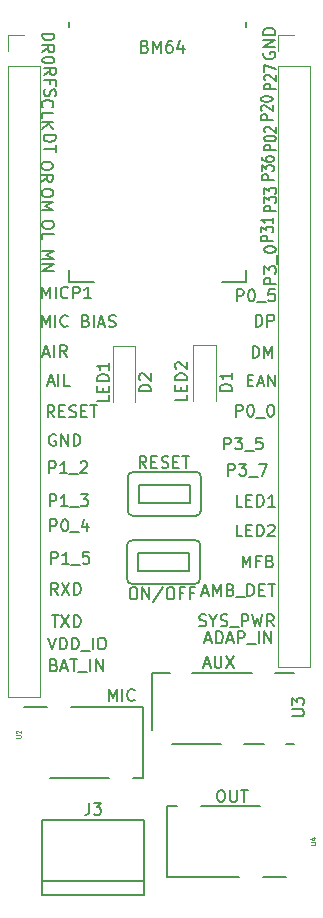
<source format=gbr>
%TF.GenerationSoftware,KiCad,Pcbnew,5.99.0-unknown-9c2a260~88~ubuntu18.04.1*%
%TF.CreationDate,2020-04-14T17:14:38+02:00*%
%TF.ProjectId,BM64_adapter,424d3634-5f61-4646-9170-7465722e6b69,rev?*%
%TF.SameCoordinates,Original*%
%TF.FileFunction,Legend,Top*%
%TF.FilePolarity,Positive*%
%FSLAX46Y46*%
G04 Gerber Fmt 4.6, Leading zero omitted, Abs format (unit mm)*
G04 Created by KiCad (PCBNEW 5.99.0-unknown-9c2a260~88~ubuntu18.04.1) date 2020-04-14 17:14:38*
%MOMM*%
%LPD*%
G01*
G04 APERTURE LIST*
%ADD10C,0.150000*%
%ADD11C,0.120000*%
%ADD12C,0.050800*%
G04 APERTURE END LIST*
D10*
X182857520Y-66182144D02*
X182809900Y-66277382D01*
X182809900Y-66420240D01*
X182857520Y-66563097D01*
X182952758Y-66658335D01*
X183047996Y-66705954D01*
X183238472Y-66753573D01*
X183381329Y-66753573D01*
X183571805Y-66705954D01*
X183667043Y-66658335D01*
X183762281Y-66563097D01*
X183809900Y-66420240D01*
X183809900Y-66325001D01*
X183762281Y-66182144D01*
X183714662Y-66134525D01*
X183381329Y-66134525D01*
X183381329Y-66325001D01*
X183809900Y-65705954D02*
X182809900Y-65705954D01*
X183809900Y-65134525D01*
X182809900Y-65134525D01*
X183809900Y-64658335D02*
X182809900Y-64658335D01*
X182809900Y-64420240D01*
X182857520Y-64277382D01*
X182952758Y-64182144D01*
X183047996Y-64134525D01*
X183238472Y-64086906D01*
X183381329Y-64086906D01*
X183571805Y-64134525D01*
X183667043Y-64182144D01*
X183762281Y-64277382D01*
X183809900Y-64420240D01*
X183809900Y-64658335D01*
X183891180Y-69277108D02*
X182891180Y-69277108D01*
X182891180Y-68972346D01*
X182938800Y-68896156D01*
X182986419Y-68858060D01*
X183081657Y-68819965D01*
X183224514Y-68819965D01*
X183319752Y-68858060D01*
X183367371Y-68896156D01*
X183414990Y-68972346D01*
X183414990Y-69277108D01*
X182986419Y-68515203D02*
X182938800Y-68477108D01*
X182891180Y-68400918D01*
X182891180Y-68210441D01*
X182938800Y-68134251D01*
X182986419Y-68096156D01*
X183081657Y-68058060D01*
X183176895Y-68058060D01*
X183319752Y-68096156D01*
X183891180Y-68553299D01*
X183891180Y-68058060D01*
X182891180Y-67791394D02*
X182891180Y-67258060D01*
X183891180Y-67600918D01*
X183591460Y-71857748D02*
X182591460Y-71857748D01*
X182591460Y-71552986D01*
X182639080Y-71476796D01*
X182686699Y-71438700D01*
X182781937Y-71400605D01*
X182924794Y-71400605D01*
X183020032Y-71438700D01*
X183067651Y-71476796D01*
X183115270Y-71552986D01*
X183115270Y-71857748D01*
X182686699Y-71095843D02*
X182639080Y-71057748D01*
X182591460Y-70981558D01*
X182591460Y-70791081D01*
X182639080Y-70714891D01*
X182686699Y-70676796D01*
X182781937Y-70638700D01*
X182877175Y-70638700D01*
X183020032Y-70676796D01*
X183591460Y-71133939D01*
X183591460Y-70638700D01*
X182591460Y-70143462D02*
X182591460Y-70067272D01*
X182639080Y-69991081D01*
X182686699Y-69952986D01*
X182781937Y-69914891D01*
X182972413Y-69876796D01*
X183210508Y-69876796D01*
X183400984Y-69914891D01*
X183496222Y-69952986D01*
X183543841Y-69991081D01*
X183591460Y-70067272D01*
X183591460Y-70143462D01*
X183543841Y-70219653D01*
X183496222Y-70257748D01*
X183400984Y-70295843D01*
X183210508Y-70333939D01*
X182972413Y-70333939D01*
X182781937Y-70295843D01*
X182686699Y-70257748D01*
X182639080Y-70219653D01*
X182591460Y-70143462D01*
X183865780Y-74463788D02*
X182865780Y-74463788D01*
X182865780Y-74159026D01*
X182913400Y-74082836D01*
X182961019Y-74044740D01*
X183056257Y-74006645D01*
X183199114Y-74006645D01*
X183294352Y-74044740D01*
X183341971Y-74082836D01*
X183389590Y-74159026D01*
X183389590Y-74463788D01*
X182865780Y-73511407D02*
X182865780Y-73435217D01*
X182913400Y-73359026D01*
X182961019Y-73320931D01*
X183056257Y-73282836D01*
X183246733Y-73244740D01*
X183484828Y-73244740D01*
X183675304Y-73282836D01*
X183770542Y-73320931D01*
X183818161Y-73359026D01*
X183865780Y-73435217D01*
X183865780Y-73511407D01*
X183818161Y-73587598D01*
X183770542Y-73625693D01*
X183675304Y-73663788D01*
X183484828Y-73701883D01*
X183246733Y-73701883D01*
X183056257Y-73663788D01*
X182961019Y-73625693D01*
X182913400Y-73587598D01*
X182865780Y-73511407D01*
X182961019Y-72939979D02*
X182913400Y-72901883D01*
X182865780Y-72825693D01*
X182865780Y-72635217D01*
X182913400Y-72559026D01*
X182961019Y-72520931D01*
X183056257Y-72482836D01*
X183151495Y-72482836D01*
X183294352Y-72520931D01*
X183865780Y-72978074D01*
X183865780Y-72482836D01*
X183677820Y-76947908D02*
X182677820Y-76947908D01*
X182677820Y-76643146D01*
X182725440Y-76566956D01*
X182773059Y-76528860D01*
X182868297Y-76490765D01*
X183011154Y-76490765D01*
X183106392Y-76528860D01*
X183154011Y-76566956D01*
X183201630Y-76643146D01*
X183201630Y-76947908D01*
X182677820Y-76224099D02*
X182677820Y-75728860D01*
X183058773Y-75995527D01*
X183058773Y-75881241D01*
X183106392Y-75805051D01*
X183154011Y-75766956D01*
X183249249Y-75728860D01*
X183487344Y-75728860D01*
X183582582Y-75766956D01*
X183630201Y-75805051D01*
X183677820Y-75881241D01*
X183677820Y-76109813D01*
X183630201Y-76186003D01*
X183582582Y-76224099D01*
X182677820Y-75043146D02*
X182677820Y-75195527D01*
X182725440Y-75271718D01*
X182773059Y-75309813D01*
X182915916Y-75386003D01*
X183106392Y-75424099D01*
X183487344Y-75424099D01*
X183582582Y-75386003D01*
X183630201Y-75347908D01*
X183677820Y-75271718D01*
X183677820Y-75119337D01*
X183630201Y-75043146D01*
X183582582Y-75005051D01*
X183487344Y-74966956D01*
X183249249Y-74966956D01*
X183154011Y-75005051D01*
X183106392Y-75043146D01*
X183058773Y-75119337D01*
X183058773Y-75271718D01*
X183106392Y-75347908D01*
X183154011Y-75386003D01*
X183249249Y-75424099D01*
X183891180Y-79625068D02*
X182891180Y-79625068D01*
X182891180Y-79320306D01*
X182938800Y-79244116D01*
X182986419Y-79206020D01*
X183081657Y-79167925D01*
X183224514Y-79167925D01*
X183319752Y-79206020D01*
X183367371Y-79244116D01*
X183414990Y-79320306D01*
X183414990Y-79625068D01*
X182891180Y-78901259D02*
X182891180Y-78406020D01*
X183272133Y-78672687D01*
X183272133Y-78558401D01*
X183319752Y-78482211D01*
X183367371Y-78444116D01*
X183462609Y-78406020D01*
X183700704Y-78406020D01*
X183795942Y-78444116D01*
X183843561Y-78482211D01*
X183891180Y-78558401D01*
X183891180Y-78786973D01*
X183843561Y-78863163D01*
X183795942Y-78901259D01*
X182891180Y-78139354D02*
X182891180Y-77644116D01*
X183272133Y-77910782D01*
X183272133Y-77796497D01*
X183319752Y-77720306D01*
X183367371Y-77682211D01*
X183462609Y-77644116D01*
X183700704Y-77644116D01*
X183795942Y-77682211D01*
X183843561Y-77720306D01*
X183891180Y-77796497D01*
X183891180Y-78025068D01*
X183843561Y-78101259D01*
X183795942Y-78139354D01*
X183637180Y-82124428D02*
X182637180Y-82124428D01*
X182637180Y-81819666D01*
X182684800Y-81743476D01*
X182732419Y-81705380D01*
X182827657Y-81667285D01*
X182970514Y-81667285D01*
X183065752Y-81705380D01*
X183113371Y-81743476D01*
X183160990Y-81819666D01*
X183160990Y-82124428D01*
X182637180Y-81400619D02*
X182637180Y-80905380D01*
X183018133Y-81172047D01*
X183018133Y-81057761D01*
X183065752Y-80981571D01*
X183113371Y-80943476D01*
X183208609Y-80905380D01*
X183446704Y-80905380D01*
X183541942Y-80943476D01*
X183589561Y-80981571D01*
X183637180Y-81057761D01*
X183637180Y-81286333D01*
X183589561Y-81362523D01*
X183541942Y-81400619D01*
X183637180Y-80143476D02*
X183637180Y-80600619D01*
X183637180Y-80372047D02*
X182637180Y-80372047D01*
X182780038Y-80448238D01*
X182875276Y-80524428D01*
X182922895Y-80600619D01*
X183881020Y-85806398D02*
X182881020Y-85806398D01*
X182881020Y-85425445D01*
X182928640Y-85330207D01*
X182976259Y-85282588D01*
X183071497Y-85234969D01*
X183214354Y-85234969D01*
X183309592Y-85282588D01*
X183357211Y-85330207D01*
X183404830Y-85425445D01*
X183404830Y-85806398D01*
X182881020Y-84901636D02*
X182881020Y-84282588D01*
X183261973Y-84615921D01*
X183261973Y-84473064D01*
X183309592Y-84377826D01*
X183357211Y-84330207D01*
X183452449Y-84282588D01*
X183690544Y-84282588D01*
X183785782Y-84330207D01*
X183833401Y-84377826D01*
X183881020Y-84473064D01*
X183881020Y-84758779D01*
X183833401Y-84854017D01*
X183785782Y-84901636D01*
X183976259Y-84092112D02*
X183976259Y-83330207D01*
X182881020Y-82901636D02*
X182881020Y-82806398D01*
X182928640Y-82711160D01*
X182976259Y-82663540D01*
X183071497Y-82615921D01*
X183261973Y-82568302D01*
X183500068Y-82568302D01*
X183690544Y-82615921D01*
X183785782Y-82663540D01*
X183833401Y-82711160D01*
X183881020Y-82806398D01*
X183881020Y-82901636D01*
X183833401Y-82996874D01*
X183785782Y-83044493D01*
X183690544Y-83092112D01*
X183500068Y-83139731D01*
X183261973Y-83139731D01*
X183071497Y-83092112D01*
X182976259Y-83044493D01*
X182928640Y-82996874D01*
X182881020Y-82901636D01*
X180573561Y-87223860D02*
X180573561Y-86223860D01*
X180954514Y-86223860D01*
X181049752Y-86271480D01*
X181097371Y-86319099D01*
X181144990Y-86414337D01*
X181144990Y-86557194D01*
X181097371Y-86652432D01*
X181049752Y-86700051D01*
X180954514Y-86747670D01*
X180573561Y-86747670D01*
X181764038Y-86223860D02*
X181859276Y-86223860D01*
X181954514Y-86271480D01*
X182002133Y-86319099D01*
X182049752Y-86414337D01*
X182097371Y-86604813D01*
X182097371Y-86842908D01*
X182049752Y-87033384D01*
X182002133Y-87128622D01*
X181954514Y-87176241D01*
X181859276Y-87223860D01*
X181764038Y-87223860D01*
X181668800Y-87176241D01*
X181621180Y-87128622D01*
X181573561Y-87033384D01*
X181525942Y-86842908D01*
X181525942Y-86604813D01*
X181573561Y-86414337D01*
X181621180Y-86319099D01*
X181668800Y-86271480D01*
X181764038Y-86223860D01*
X182287847Y-87319099D02*
X183049752Y-87319099D01*
X183764038Y-86223860D02*
X183287847Y-86223860D01*
X183240228Y-86700051D01*
X183287847Y-86652432D01*
X183383085Y-86604813D01*
X183621180Y-86604813D01*
X183716419Y-86652432D01*
X183764038Y-86700051D01*
X183811657Y-86795289D01*
X183811657Y-87033384D01*
X183764038Y-87128622D01*
X183716419Y-87176241D01*
X183621180Y-87223860D01*
X183383085Y-87223860D01*
X183287847Y-87176241D01*
X183240228Y-87128622D01*
X182158735Y-89372700D02*
X182158735Y-88372700D01*
X182396830Y-88372700D01*
X182539687Y-88420320D01*
X182634925Y-88515558D01*
X182682544Y-88610796D01*
X182730163Y-88801272D01*
X182730163Y-88944129D01*
X182682544Y-89134605D01*
X182634925Y-89229843D01*
X182539687Y-89325081D01*
X182396830Y-89372700D01*
X182158735Y-89372700D01*
X183158735Y-89372700D02*
X183158735Y-88372700D01*
X183539687Y-88372700D01*
X183634925Y-88420320D01*
X183682544Y-88467939D01*
X183730163Y-88563177D01*
X183730163Y-88706034D01*
X183682544Y-88801272D01*
X183634925Y-88848891D01*
X183539687Y-88896510D01*
X183158735Y-88896510D01*
X181899346Y-92039700D02*
X181899346Y-91039700D01*
X182137441Y-91039700D01*
X182280299Y-91087320D01*
X182375537Y-91182558D01*
X182423156Y-91277796D01*
X182470775Y-91468272D01*
X182470775Y-91611129D01*
X182423156Y-91801605D01*
X182375537Y-91896843D01*
X182280299Y-91992081D01*
X182137441Y-92039700D01*
X181899346Y-92039700D01*
X182899346Y-92039700D02*
X182899346Y-91039700D01*
X183232680Y-91753986D01*
X183566013Y-91039700D01*
X183566013Y-92039700D01*
X181479653Y-93913651D02*
X181812986Y-93913651D01*
X181955843Y-94437460D02*
X181479653Y-94437460D01*
X181479653Y-93437460D01*
X181955843Y-93437460D01*
X182336796Y-94151746D02*
X182812986Y-94151746D01*
X182241558Y-94437460D02*
X182574891Y-93437460D01*
X182908224Y-94437460D01*
X183241558Y-94437460D02*
X183241558Y-93437460D01*
X183812986Y-94437460D01*
X183812986Y-93437460D01*
X180487201Y-96997780D02*
X180487201Y-95997780D01*
X180868154Y-95997780D01*
X180963392Y-96045400D01*
X181011011Y-96093019D01*
X181058630Y-96188257D01*
X181058630Y-96331114D01*
X181011011Y-96426352D01*
X180963392Y-96473971D01*
X180868154Y-96521590D01*
X180487201Y-96521590D01*
X181677678Y-95997780D02*
X181772916Y-95997780D01*
X181868154Y-96045400D01*
X181915773Y-96093019D01*
X181963392Y-96188257D01*
X182011011Y-96378733D01*
X182011011Y-96616828D01*
X181963392Y-96807304D01*
X181915773Y-96902542D01*
X181868154Y-96950161D01*
X181772916Y-96997780D01*
X181677678Y-96997780D01*
X181582440Y-96950161D01*
X181534820Y-96902542D01*
X181487201Y-96807304D01*
X181439582Y-96616828D01*
X181439582Y-96378733D01*
X181487201Y-96188257D01*
X181534820Y-96093019D01*
X181582440Y-96045400D01*
X181677678Y-95997780D01*
X182201487Y-97093019D02*
X182963392Y-97093019D01*
X183391963Y-95997780D02*
X183487201Y-95997780D01*
X183582440Y-96045400D01*
X183630059Y-96093019D01*
X183677678Y-96188257D01*
X183725297Y-96378733D01*
X183725297Y-96616828D01*
X183677678Y-96807304D01*
X183630059Y-96902542D01*
X183582440Y-96950161D01*
X183487201Y-96997780D01*
X183391963Y-96997780D01*
X183296725Y-96950161D01*
X183249106Y-96902542D01*
X183201487Y-96807304D01*
X183153868Y-96616828D01*
X183153868Y-96378733D01*
X183201487Y-96188257D01*
X183249106Y-96093019D01*
X183296725Y-96045400D01*
X183391963Y-95997780D01*
X179506761Y-99781620D02*
X179506761Y-98781620D01*
X179887714Y-98781620D01*
X179982952Y-98829240D01*
X180030571Y-98876859D01*
X180078190Y-98972097D01*
X180078190Y-99114954D01*
X180030571Y-99210192D01*
X179982952Y-99257811D01*
X179887714Y-99305430D01*
X179506761Y-99305430D01*
X180411523Y-98781620D02*
X181030571Y-98781620D01*
X180697238Y-99162573D01*
X180840095Y-99162573D01*
X180935333Y-99210192D01*
X180982952Y-99257811D01*
X181030571Y-99353049D01*
X181030571Y-99591144D01*
X180982952Y-99686382D01*
X180935333Y-99734001D01*
X180840095Y-99781620D01*
X180554380Y-99781620D01*
X180459142Y-99734001D01*
X180411523Y-99686382D01*
X181221047Y-99876859D02*
X181982952Y-99876859D01*
X182697238Y-98781620D02*
X182221047Y-98781620D01*
X182173428Y-99257811D01*
X182221047Y-99210192D01*
X182316285Y-99162573D01*
X182554380Y-99162573D01*
X182649619Y-99210192D01*
X182697238Y-99257811D01*
X182744857Y-99353049D01*
X182744857Y-99591144D01*
X182697238Y-99686382D01*
X182649619Y-99734001D01*
X182554380Y-99781620D01*
X182316285Y-99781620D01*
X182221047Y-99734001D01*
X182173428Y-99686382D01*
X179847121Y-101991420D02*
X179847121Y-100991420D01*
X180228074Y-100991420D01*
X180323312Y-101039040D01*
X180370931Y-101086659D01*
X180418550Y-101181897D01*
X180418550Y-101324754D01*
X180370931Y-101419992D01*
X180323312Y-101467611D01*
X180228074Y-101515230D01*
X179847121Y-101515230D01*
X180751883Y-100991420D02*
X181370931Y-100991420D01*
X181037598Y-101372373D01*
X181180455Y-101372373D01*
X181275693Y-101419992D01*
X181323312Y-101467611D01*
X181370931Y-101562849D01*
X181370931Y-101800944D01*
X181323312Y-101896182D01*
X181275693Y-101943801D01*
X181180455Y-101991420D01*
X180894740Y-101991420D01*
X180799502Y-101943801D01*
X180751883Y-101896182D01*
X181561407Y-102086659D02*
X182323312Y-102086659D01*
X182466169Y-100991420D02*
X183132836Y-100991420D01*
X182704264Y-101991420D01*
X169728140Y-95210807D02*
X169728140Y-95686998D01*
X168728140Y-95686998D01*
X169204331Y-94877474D02*
X169204331Y-94544140D01*
X169728140Y-94401283D02*
X169728140Y-94877474D01*
X168728140Y-94877474D01*
X168728140Y-94401283D01*
X169728140Y-93972712D02*
X168728140Y-93972712D01*
X168728140Y-93734617D01*
X168775760Y-93591760D01*
X168870998Y-93496521D01*
X168966236Y-93448902D01*
X169156712Y-93401283D01*
X169299569Y-93401283D01*
X169490045Y-93448902D01*
X169585283Y-93496521D01*
X169680521Y-93591760D01*
X169728140Y-93734617D01*
X169728140Y-93972712D01*
X169728140Y-92448902D02*
X169728140Y-93020331D01*
X169728140Y-92734617D02*
X168728140Y-92734617D01*
X168870998Y-92829855D01*
X168966236Y-92925093D01*
X169013855Y-93020331D01*
X181029432Y-104612700D02*
X180553241Y-104612700D01*
X180553241Y-103612700D01*
X181362765Y-104088891D02*
X181696099Y-104088891D01*
X181838956Y-104612700D02*
X181362765Y-104612700D01*
X181362765Y-103612700D01*
X181838956Y-103612700D01*
X182267527Y-104612700D02*
X182267527Y-103612700D01*
X182505622Y-103612700D01*
X182648480Y-103660320D01*
X182743718Y-103755558D01*
X182791337Y-103850796D01*
X182838956Y-104041272D01*
X182838956Y-104184129D01*
X182791337Y-104374605D01*
X182743718Y-104469843D01*
X182648480Y-104565081D01*
X182505622Y-104612700D01*
X182267527Y-104612700D01*
X183791337Y-104612700D02*
X183219908Y-104612700D01*
X183505622Y-104612700D02*
X183505622Y-103612700D01*
X183410384Y-103755558D01*
X183315146Y-103850796D01*
X183219908Y-103898415D01*
X176362620Y-95149847D02*
X176362620Y-95626038D01*
X175362620Y-95626038D01*
X175838811Y-94816514D02*
X175838811Y-94483180D01*
X176362620Y-94340323D02*
X176362620Y-94816514D01*
X175362620Y-94816514D01*
X175362620Y-94340323D01*
X176362620Y-93911752D02*
X175362620Y-93911752D01*
X175362620Y-93673657D01*
X175410240Y-93530800D01*
X175505478Y-93435561D01*
X175600716Y-93387942D01*
X175791192Y-93340323D01*
X175934049Y-93340323D01*
X176124525Y-93387942D01*
X176219763Y-93435561D01*
X176315001Y-93530800D01*
X176362620Y-93673657D01*
X176362620Y-93911752D01*
X175457859Y-92959371D02*
X175410240Y-92911752D01*
X175362620Y-92816514D01*
X175362620Y-92578419D01*
X175410240Y-92483180D01*
X175457859Y-92435561D01*
X175553097Y-92387942D01*
X175648335Y-92387942D01*
X175791192Y-92435561D01*
X176362620Y-93006990D01*
X176362620Y-92387942D01*
X181019272Y-107147620D02*
X180543081Y-107147620D01*
X180543081Y-106147620D01*
X181352605Y-106623811D02*
X181685939Y-106623811D01*
X181828796Y-107147620D02*
X181352605Y-107147620D01*
X181352605Y-106147620D01*
X181828796Y-106147620D01*
X182257367Y-107147620D02*
X182257367Y-106147620D01*
X182495462Y-106147620D01*
X182638320Y-106195240D01*
X182733558Y-106290478D01*
X182781177Y-106385716D01*
X182828796Y-106576192D01*
X182828796Y-106719049D01*
X182781177Y-106909525D01*
X182733558Y-107004763D01*
X182638320Y-107100001D01*
X182495462Y-107147620D01*
X182257367Y-107147620D01*
X183209748Y-106242859D02*
X183257367Y-106195240D01*
X183352605Y-106147620D01*
X183590700Y-106147620D01*
X183685939Y-106195240D01*
X183733558Y-106242859D01*
X183781177Y-106338097D01*
X183781177Y-106433335D01*
X183733558Y-106576192D01*
X183162129Y-107147620D01*
X183781177Y-107147620D01*
X181054215Y-109773980D02*
X181054215Y-108773980D01*
X181387548Y-109488266D01*
X181720881Y-108773980D01*
X181720881Y-109773980D01*
X182530405Y-109250171D02*
X182197072Y-109250171D01*
X182197072Y-109773980D02*
X182197072Y-108773980D01*
X182673262Y-108773980D01*
X183387548Y-109250171D02*
X183530405Y-109297790D01*
X183578024Y-109345409D01*
X183625643Y-109440647D01*
X183625643Y-109583504D01*
X183578024Y-109678742D01*
X183530405Y-109726361D01*
X183435167Y-109773980D01*
X183054215Y-109773980D01*
X183054215Y-108773980D01*
X183387548Y-108773980D01*
X183482786Y-108821600D01*
X183530405Y-108869219D01*
X183578024Y-108964457D01*
X183578024Y-109059695D01*
X183530405Y-109154933D01*
X183482786Y-109202552D01*
X183387548Y-109250171D01*
X183054215Y-109250171D01*
X172913539Y-101331020D02*
X172580205Y-100854830D01*
X172342110Y-101331020D02*
X172342110Y-100331020D01*
X172723062Y-100331020D01*
X172818300Y-100378640D01*
X172865920Y-100426259D01*
X172913539Y-100521497D01*
X172913539Y-100664354D01*
X172865920Y-100759592D01*
X172818300Y-100807211D01*
X172723062Y-100854830D01*
X172342110Y-100854830D01*
X173342110Y-100807211D02*
X173675443Y-100807211D01*
X173818300Y-101331020D02*
X173342110Y-101331020D01*
X173342110Y-100331020D01*
X173818300Y-100331020D01*
X174199253Y-101283401D02*
X174342110Y-101331020D01*
X174580205Y-101331020D01*
X174675443Y-101283401D01*
X174723062Y-101235782D01*
X174770681Y-101140544D01*
X174770681Y-101045306D01*
X174723062Y-100950068D01*
X174675443Y-100902449D01*
X174580205Y-100854830D01*
X174389729Y-100807211D01*
X174294491Y-100759592D01*
X174246872Y-100711973D01*
X174199253Y-100616735D01*
X174199253Y-100521497D01*
X174246872Y-100426259D01*
X174294491Y-100378640D01*
X174389729Y-100331020D01*
X174627824Y-100331020D01*
X174770681Y-100378640D01*
X175199253Y-100807211D02*
X175532586Y-100807211D01*
X175675443Y-101331020D02*
X175199253Y-101331020D01*
X175199253Y-100331020D01*
X175675443Y-100331020D01*
X175961158Y-100331020D02*
X176532586Y-100331020D01*
X176246872Y-101331020D02*
X176246872Y-100331020D01*
X171720190Y-111466380D02*
X171910666Y-111466380D01*
X172005904Y-111514000D01*
X172101142Y-111609238D01*
X172148761Y-111799714D01*
X172148761Y-112133047D01*
X172101142Y-112323523D01*
X172005904Y-112418761D01*
X171910666Y-112466380D01*
X171720190Y-112466380D01*
X171624952Y-112418761D01*
X171529714Y-112323523D01*
X171482095Y-112133047D01*
X171482095Y-111799714D01*
X171529714Y-111609238D01*
X171624952Y-111514000D01*
X171720190Y-111466380D01*
X172577333Y-112466380D02*
X172577333Y-111466380D01*
X173148761Y-112466380D01*
X173148761Y-111466380D01*
X174339238Y-111418761D02*
X173482095Y-112704476D01*
X174863047Y-111466380D02*
X175053523Y-111466380D01*
X175148761Y-111514000D01*
X175244000Y-111609238D01*
X175291619Y-111799714D01*
X175291619Y-112133047D01*
X175244000Y-112323523D01*
X175148761Y-112418761D01*
X175053523Y-112466380D01*
X174863047Y-112466380D01*
X174767809Y-112418761D01*
X174672571Y-112323523D01*
X174624952Y-112133047D01*
X174624952Y-111799714D01*
X174672571Y-111609238D01*
X174767809Y-111514000D01*
X174863047Y-111466380D01*
X176053523Y-111942571D02*
X175720190Y-111942571D01*
X175720190Y-112466380D02*
X175720190Y-111466380D01*
X176196380Y-111466380D01*
X176910666Y-111942571D02*
X176577333Y-111942571D01*
X176577333Y-112466380D02*
X176577333Y-111466380D01*
X177053523Y-111466380D01*
X177651470Y-111906346D02*
X178127660Y-111906346D01*
X177556232Y-112192060D02*
X177889565Y-111192060D01*
X178222899Y-112192060D01*
X178556232Y-112192060D02*
X178556232Y-111192060D01*
X178889565Y-111906346D01*
X179222899Y-111192060D01*
X179222899Y-112192060D01*
X180032422Y-111668251D02*
X180175280Y-111715870D01*
X180222899Y-111763489D01*
X180270518Y-111858727D01*
X180270518Y-112001584D01*
X180222899Y-112096822D01*
X180175280Y-112144441D01*
X180080041Y-112192060D01*
X179699089Y-112192060D01*
X179699089Y-111192060D01*
X180032422Y-111192060D01*
X180127660Y-111239680D01*
X180175280Y-111287299D01*
X180222899Y-111382537D01*
X180222899Y-111477775D01*
X180175280Y-111573013D01*
X180127660Y-111620632D01*
X180032422Y-111668251D01*
X179699089Y-111668251D01*
X180460994Y-112287299D02*
X181222899Y-112287299D01*
X181460994Y-112192060D02*
X181460994Y-111192060D01*
X181699089Y-111192060D01*
X181841946Y-111239680D01*
X181937184Y-111334918D01*
X181984803Y-111430156D01*
X182032422Y-111620632D01*
X182032422Y-111763489D01*
X181984803Y-111953965D01*
X181937184Y-112049203D01*
X181841946Y-112144441D01*
X181699089Y-112192060D01*
X181460994Y-112192060D01*
X182460994Y-111668251D02*
X182794327Y-111668251D01*
X182937184Y-112192060D02*
X182460994Y-112192060D01*
X182460994Y-111192060D01*
X182937184Y-111192060D01*
X183222899Y-111192060D02*
X183794327Y-111192060D01*
X183508613Y-112192060D02*
X183508613Y-111192060D01*
X177395262Y-114704761D02*
X177538120Y-114752380D01*
X177776215Y-114752380D01*
X177871453Y-114704761D01*
X177919072Y-114657142D01*
X177966691Y-114561904D01*
X177966691Y-114466666D01*
X177919072Y-114371428D01*
X177871453Y-114323809D01*
X177776215Y-114276190D01*
X177585739Y-114228571D01*
X177490500Y-114180952D01*
X177442881Y-114133333D01*
X177395262Y-114038095D01*
X177395262Y-113942857D01*
X177442881Y-113847619D01*
X177490500Y-113800000D01*
X177585739Y-113752380D01*
X177823834Y-113752380D01*
X177966691Y-113800000D01*
X178585739Y-114276190D02*
X178585739Y-114752380D01*
X178252405Y-113752380D02*
X178585739Y-114276190D01*
X178919072Y-113752380D01*
X179204786Y-114704761D02*
X179347643Y-114752380D01*
X179585739Y-114752380D01*
X179680977Y-114704761D01*
X179728596Y-114657142D01*
X179776215Y-114561904D01*
X179776215Y-114466666D01*
X179728596Y-114371428D01*
X179680977Y-114323809D01*
X179585739Y-114276190D01*
X179395262Y-114228571D01*
X179300024Y-114180952D01*
X179252405Y-114133333D01*
X179204786Y-114038095D01*
X179204786Y-113942857D01*
X179252405Y-113847619D01*
X179300024Y-113800000D01*
X179395262Y-113752380D01*
X179633358Y-113752380D01*
X179776215Y-113800000D01*
X179966691Y-114847619D02*
X180728596Y-114847619D01*
X180966691Y-114752380D02*
X180966691Y-113752380D01*
X181347643Y-113752380D01*
X181442881Y-113800000D01*
X181490500Y-113847619D01*
X181538120Y-113942857D01*
X181538120Y-114085714D01*
X181490500Y-114180952D01*
X181442881Y-114228571D01*
X181347643Y-114276190D01*
X180966691Y-114276190D01*
X181871453Y-113752380D02*
X182109548Y-114752380D01*
X182300024Y-114038095D01*
X182490500Y-114752380D01*
X182728596Y-113752380D01*
X183680977Y-114752380D02*
X183347643Y-114276190D01*
X183109548Y-114752380D02*
X183109548Y-113752380D01*
X183490500Y-113752380D01*
X183585739Y-113800000D01*
X183633358Y-113847619D01*
X183680977Y-113942857D01*
X183680977Y-114085714D01*
X183633358Y-114180952D01*
X183585739Y-114228571D01*
X183490500Y-114276190D01*
X183109548Y-114276190D01*
X177901316Y-115899226D02*
X178377506Y-115899226D01*
X177806078Y-116184940D02*
X178139411Y-115184940D01*
X178472744Y-116184940D01*
X178806078Y-116184940D02*
X178806078Y-115184940D01*
X179044173Y-115184940D01*
X179187030Y-115232560D01*
X179282268Y-115327798D01*
X179329887Y-115423036D01*
X179377506Y-115613512D01*
X179377506Y-115756369D01*
X179329887Y-115946845D01*
X179282268Y-116042083D01*
X179187030Y-116137321D01*
X179044173Y-116184940D01*
X178806078Y-116184940D01*
X179758459Y-115899226D02*
X180234649Y-115899226D01*
X179663220Y-116184940D02*
X179996554Y-115184940D01*
X180329887Y-116184940D01*
X180663220Y-116184940D02*
X180663220Y-115184940D01*
X181044173Y-115184940D01*
X181139411Y-115232560D01*
X181187030Y-115280179D01*
X181234649Y-115375417D01*
X181234649Y-115518274D01*
X181187030Y-115613512D01*
X181139411Y-115661131D01*
X181044173Y-115708750D01*
X180663220Y-115708750D01*
X181425125Y-116280179D02*
X182187030Y-116280179D01*
X182425125Y-116184940D02*
X182425125Y-115184940D01*
X182901316Y-116184940D02*
X182901316Y-115184940D01*
X183472744Y-116184940D01*
X183472744Y-115184940D01*
X179141880Y-128621540D02*
X179332356Y-128621540D01*
X179427594Y-128669160D01*
X179522832Y-128764398D01*
X179570451Y-128954874D01*
X179570451Y-129288207D01*
X179522832Y-129478683D01*
X179427594Y-129573921D01*
X179332356Y-129621540D01*
X179141880Y-129621540D01*
X179046641Y-129573921D01*
X178951403Y-129478683D01*
X178903784Y-129288207D01*
X178903784Y-128954874D01*
X178951403Y-128764398D01*
X179046641Y-128669160D01*
X179141880Y-128621540D01*
X179999022Y-128621540D02*
X179999022Y-129431064D01*
X180046641Y-129526302D01*
X180094260Y-129573921D01*
X180189499Y-129621540D01*
X180379975Y-129621540D01*
X180475213Y-129573921D01*
X180522832Y-129526302D01*
X180570451Y-129431064D01*
X180570451Y-128621540D01*
X180903784Y-128621540D02*
X181475213Y-128621540D01*
X181189499Y-129621540D02*
X181189499Y-128621540D01*
X177781104Y-117971866D02*
X178257295Y-117971866D01*
X177685866Y-118257580D02*
X178019200Y-117257580D01*
X178352533Y-118257580D01*
X178685866Y-117257580D02*
X178685866Y-118067104D01*
X178733485Y-118162342D01*
X178781104Y-118209961D01*
X178876342Y-118257580D01*
X179066819Y-118257580D01*
X179162057Y-118209961D01*
X179209676Y-118162342D01*
X179257295Y-118067104D01*
X179257295Y-117257580D01*
X179638247Y-117257580D02*
X180304914Y-118257580D01*
X180304914Y-117257580D02*
X179638247Y-118257580D01*
X169718171Y-121076980D02*
X169718171Y-120076980D01*
X170051504Y-120791266D01*
X170384838Y-120076980D01*
X170384838Y-121076980D01*
X170861028Y-121076980D02*
X170861028Y-120076980D01*
X171908647Y-120981742D02*
X171861028Y-121029361D01*
X171718171Y-121076980D01*
X171622933Y-121076980D01*
X171480076Y-121029361D01*
X171384838Y-120934123D01*
X171337219Y-120838885D01*
X171289600Y-120648409D01*
X171289600Y-120505552D01*
X171337219Y-120315076D01*
X171384838Y-120219838D01*
X171480076Y-120124600D01*
X171622933Y-120076980D01*
X171718171Y-120076980D01*
X171861028Y-120124600D01*
X171908647Y-120172219D01*
X165103727Y-118038571D02*
X165246584Y-118086190D01*
X165294203Y-118133809D01*
X165341822Y-118229047D01*
X165341822Y-118371904D01*
X165294203Y-118467142D01*
X165246584Y-118514761D01*
X165151346Y-118562380D01*
X164770394Y-118562380D01*
X164770394Y-117562380D01*
X165103727Y-117562380D01*
X165198965Y-117610000D01*
X165246584Y-117657619D01*
X165294203Y-117752857D01*
X165294203Y-117848095D01*
X165246584Y-117943333D01*
X165198965Y-117990952D01*
X165103727Y-118038571D01*
X164770394Y-118038571D01*
X165722775Y-118276666D02*
X166198965Y-118276666D01*
X165627537Y-118562380D02*
X165960870Y-117562380D01*
X166294203Y-118562380D01*
X166484680Y-117562380D02*
X167056108Y-117562380D01*
X166770394Y-118562380D02*
X166770394Y-117562380D01*
X167151346Y-118657619D02*
X167913251Y-118657619D01*
X168151346Y-118562380D02*
X168151346Y-117562380D01*
X168627537Y-118562380D02*
X168627537Y-117562380D01*
X169198965Y-118562380D01*
X169198965Y-117562380D01*
X164594849Y-115713260D02*
X164928182Y-116713260D01*
X165261516Y-115713260D01*
X165594849Y-116713260D02*
X165594849Y-115713260D01*
X165832944Y-115713260D01*
X165975801Y-115760880D01*
X166071040Y-115856118D01*
X166118659Y-115951356D01*
X166166278Y-116141832D01*
X166166278Y-116284689D01*
X166118659Y-116475165D01*
X166071040Y-116570403D01*
X165975801Y-116665641D01*
X165832944Y-116713260D01*
X165594849Y-116713260D01*
X166594849Y-116713260D02*
X166594849Y-115713260D01*
X166832944Y-115713260D01*
X166975801Y-115760880D01*
X167071040Y-115856118D01*
X167118659Y-115951356D01*
X167166278Y-116141832D01*
X167166278Y-116284689D01*
X167118659Y-116475165D01*
X167071040Y-116570403D01*
X166975801Y-116665641D01*
X166832944Y-116713260D01*
X166594849Y-116713260D01*
X167356754Y-116808499D02*
X168118659Y-116808499D01*
X168356754Y-116713260D02*
X168356754Y-115713260D01*
X169023420Y-115713260D02*
X169213897Y-115713260D01*
X169309135Y-115760880D01*
X169404373Y-115856118D01*
X169451992Y-116046594D01*
X169451992Y-116379927D01*
X169404373Y-116570403D01*
X169309135Y-116665641D01*
X169213897Y-116713260D01*
X169023420Y-116713260D01*
X168928182Y-116665641D01*
X168832944Y-116570403D01*
X168785325Y-116379927D01*
X168785325Y-116046594D01*
X168832944Y-115856118D01*
X168928182Y-115760880D01*
X169023420Y-115713260D01*
X164909975Y-113828580D02*
X165481403Y-113828580D01*
X165195689Y-114828580D02*
X165195689Y-113828580D01*
X165719499Y-113828580D02*
X166386165Y-114828580D01*
X166386165Y-113828580D02*
X165719499Y-114828580D01*
X166767118Y-114828580D02*
X166767118Y-113828580D01*
X167005213Y-113828580D01*
X167148070Y-113876200D01*
X167243308Y-113971438D01*
X167290927Y-114066676D01*
X167338546Y-114257152D01*
X167338546Y-114400009D01*
X167290927Y-114590485D01*
X167243308Y-114685723D01*
X167148070Y-114780961D01*
X167005213Y-114828580D01*
X166767118Y-114828580D01*
X165398533Y-112080300D02*
X165065200Y-111604110D01*
X164827104Y-112080300D02*
X164827104Y-111080300D01*
X165208057Y-111080300D01*
X165303295Y-111127920D01*
X165350914Y-111175539D01*
X165398533Y-111270777D01*
X165398533Y-111413634D01*
X165350914Y-111508872D01*
X165303295Y-111556491D01*
X165208057Y-111604110D01*
X164827104Y-111604110D01*
X165731866Y-111080300D02*
X166398533Y-112080300D01*
X166398533Y-111080300D02*
X165731866Y-112080300D01*
X166779485Y-112080300D02*
X166779485Y-111080300D01*
X167017580Y-111080300D01*
X167160438Y-111127920D01*
X167255676Y-111223158D01*
X167303295Y-111318396D01*
X167350914Y-111508872D01*
X167350914Y-111651729D01*
X167303295Y-111842205D01*
X167255676Y-111937443D01*
X167160438Y-112032681D01*
X167017580Y-112080300D01*
X166779485Y-112080300D01*
X164850961Y-109448860D02*
X164850961Y-108448860D01*
X165231914Y-108448860D01*
X165327152Y-108496480D01*
X165374771Y-108544099D01*
X165422390Y-108639337D01*
X165422390Y-108782194D01*
X165374771Y-108877432D01*
X165327152Y-108925051D01*
X165231914Y-108972670D01*
X164850961Y-108972670D01*
X166374771Y-109448860D02*
X165803342Y-109448860D01*
X166089057Y-109448860D02*
X166089057Y-108448860D01*
X165993819Y-108591718D01*
X165898580Y-108686956D01*
X165803342Y-108734575D01*
X166565247Y-109544099D02*
X167327152Y-109544099D01*
X168041438Y-108448860D02*
X167565247Y-108448860D01*
X167517628Y-108925051D01*
X167565247Y-108877432D01*
X167660485Y-108829813D01*
X167898580Y-108829813D01*
X167993819Y-108877432D01*
X168041438Y-108925051D01*
X168089057Y-109020289D01*
X168089057Y-109258384D01*
X168041438Y-109353622D01*
X167993819Y-109401241D01*
X167898580Y-109448860D01*
X167660485Y-109448860D01*
X167565247Y-109401241D01*
X167517628Y-109353622D01*
X164764601Y-106700580D02*
X164764601Y-105700580D01*
X165145554Y-105700580D01*
X165240792Y-105748200D01*
X165288411Y-105795819D01*
X165336030Y-105891057D01*
X165336030Y-106033914D01*
X165288411Y-106129152D01*
X165240792Y-106176771D01*
X165145554Y-106224390D01*
X164764601Y-106224390D01*
X165955078Y-105700580D02*
X166050316Y-105700580D01*
X166145554Y-105748200D01*
X166193173Y-105795819D01*
X166240792Y-105891057D01*
X166288411Y-106081533D01*
X166288411Y-106319628D01*
X166240792Y-106510104D01*
X166193173Y-106605342D01*
X166145554Y-106652961D01*
X166050316Y-106700580D01*
X165955078Y-106700580D01*
X165859840Y-106652961D01*
X165812220Y-106605342D01*
X165764601Y-106510104D01*
X165716982Y-106319628D01*
X165716982Y-106081533D01*
X165764601Y-105891057D01*
X165812220Y-105795819D01*
X165859840Y-105748200D01*
X165955078Y-105700580D01*
X166478887Y-106795819D02*
X167240792Y-106795819D01*
X167907459Y-106033914D02*
X167907459Y-106700580D01*
X167669363Y-105652961D02*
X167431268Y-106367247D01*
X168050316Y-106367247D01*
X164729041Y-104592380D02*
X164729041Y-103592380D01*
X165109994Y-103592380D01*
X165205232Y-103640000D01*
X165252851Y-103687619D01*
X165300470Y-103782857D01*
X165300470Y-103925714D01*
X165252851Y-104020952D01*
X165205232Y-104068571D01*
X165109994Y-104116190D01*
X164729041Y-104116190D01*
X166252851Y-104592380D02*
X165681422Y-104592380D01*
X165967137Y-104592380D02*
X165967137Y-103592380D01*
X165871899Y-103735238D01*
X165776660Y-103830476D01*
X165681422Y-103878095D01*
X166443327Y-104687619D02*
X167205232Y-104687619D01*
X167348089Y-103592380D02*
X167967137Y-103592380D01*
X167633803Y-103973333D01*
X167776660Y-103973333D01*
X167871899Y-104020952D01*
X167919518Y-104068571D01*
X167967137Y-104163809D01*
X167967137Y-104401904D01*
X167919518Y-104497142D01*
X167871899Y-104544761D01*
X167776660Y-104592380D01*
X167490946Y-104592380D01*
X167395708Y-104544761D01*
X167348089Y-104497142D01*
X164678241Y-101793300D02*
X164678241Y-100793300D01*
X165059194Y-100793300D01*
X165154432Y-100840920D01*
X165202051Y-100888539D01*
X165249670Y-100983777D01*
X165249670Y-101126634D01*
X165202051Y-101221872D01*
X165154432Y-101269491D01*
X165059194Y-101317110D01*
X164678241Y-101317110D01*
X166202051Y-101793300D02*
X165630622Y-101793300D01*
X165916337Y-101793300D02*
X165916337Y-100793300D01*
X165821099Y-100936158D01*
X165725860Y-101031396D01*
X165630622Y-101079015D01*
X166392527Y-101888539D02*
X167154432Y-101888539D01*
X167344908Y-100888539D02*
X167392527Y-100840920D01*
X167487765Y-100793300D01*
X167725860Y-100793300D01*
X167821099Y-100840920D01*
X167868718Y-100888539D01*
X167916337Y-100983777D01*
X167916337Y-101079015D01*
X167868718Y-101221872D01*
X167297289Y-101793300D01*
X167916337Y-101793300D01*
X165216935Y-98524440D02*
X165121697Y-98476820D01*
X164978840Y-98476820D01*
X164835982Y-98524440D01*
X164740744Y-98619678D01*
X164693125Y-98714916D01*
X164645506Y-98905392D01*
X164645506Y-99048249D01*
X164693125Y-99238725D01*
X164740744Y-99333963D01*
X164835982Y-99429201D01*
X164978840Y-99476820D01*
X165074078Y-99476820D01*
X165216935Y-99429201D01*
X165264554Y-99381582D01*
X165264554Y-99048249D01*
X165074078Y-99048249D01*
X165693125Y-99476820D02*
X165693125Y-98476820D01*
X166264554Y-99476820D01*
X166264554Y-98476820D01*
X166740744Y-99476820D02*
X166740744Y-98476820D01*
X166978840Y-98476820D01*
X167121697Y-98524440D01*
X167216935Y-98619678D01*
X167264554Y-98714916D01*
X167312173Y-98905392D01*
X167312173Y-99048249D01*
X167264554Y-99238725D01*
X167216935Y-99333963D01*
X167121697Y-99429201D01*
X166978840Y-99476820D01*
X166740744Y-99476820D01*
X165115739Y-97053660D02*
X164782405Y-96577470D01*
X164544310Y-97053660D02*
X164544310Y-96053660D01*
X164925262Y-96053660D01*
X165020500Y-96101280D01*
X165068120Y-96148899D01*
X165115739Y-96244137D01*
X165115739Y-96386994D01*
X165068120Y-96482232D01*
X165020500Y-96529851D01*
X164925262Y-96577470D01*
X164544310Y-96577470D01*
X165544310Y-96529851D02*
X165877643Y-96529851D01*
X166020500Y-97053660D02*
X165544310Y-97053660D01*
X165544310Y-96053660D01*
X166020500Y-96053660D01*
X166401453Y-97006041D02*
X166544310Y-97053660D01*
X166782405Y-97053660D01*
X166877643Y-97006041D01*
X166925262Y-96958422D01*
X166972881Y-96863184D01*
X166972881Y-96767946D01*
X166925262Y-96672708D01*
X166877643Y-96625089D01*
X166782405Y-96577470D01*
X166591929Y-96529851D01*
X166496691Y-96482232D01*
X166449072Y-96434613D01*
X166401453Y-96339375D01*
X166401453Y-96244137D01*
X166449072Y-96148899D01*
X166496691Y-96101280D01*
X166591929Y-96053660D01*
X166830024Y-96053660D01*
X166972881Y-96101280D01*
X167401453Y-96529851D02*
X167734786Y-96529851D01*
X167877643Y-97053660D02*
X167401453Y-97053660D01*
X167401453Y-96053660D01*
X167877643Y-96053660D01*
X168163358Y-96053660D02*
X168734786Y-96053660D01*
X168449072Y-97053660D02*
X168449072Y-96053660D01*
X164564487Y-94106026D02*
X165040678Y-94106026D01*
X164469249Y-94391740D02*
X164802582Y-93391740D01*
X165135916Y-94391740D01*
X165469249Y-94391740D02*
X165469249Y-93391740D01*
X166421630Y-94391740D02*
X165945440Y-94391740D01*
X165945440Y-93391740D01*
X164210169Y-91667626D02*
X164686360Y-91667626D01*
X164114931Y-91953340D02*
X164448264Y-90953340D01*
X164781598Y-91953340D01*
X165114931Y-91953340D02*
X165114931Y-90953340D01*
X166162550Y-91953340D02*
X165829217Y-91477150D01*
X165591121Y-91953340D02*
X165591121Y-90953340D01*
X165972074Y-90953340D01*
X166067312Y-91000960D01*
X166114931Y-91048579D01*
X166162550Y-91143817D01*
X166162550Y-91286674D01*
X166114931Y-91381912D01*
X166067312Y-91429531D01*
X165972074Y-91477150D01*
X165591121Y-91477150D01*
X164062161Y-89413340D02*
X164062161Y-88413340D01*
X164395495Y-89127626D01*
X164728828Y-88413340D01*
X164728828Y-89413340D01*
X165205019Y-89413340D02*
X165205019Y-88413340D01*
X166252638Y-89318102D02*
X166205019Y-89365721D01*
X166062161Y-89413340D01*
X165966923Y-89413340D01*
X165824066Y-89365721D01*
X165728828Y-89270483D01*
X165681209Y-89175245D01*
X165633590Y-88984769D01*
X165633590Y-88841912D01*
X165681209Y-88651436D01*
X165728828Y-88556198D01*
X165824066Y-88460960D01*
X165966923Y-88413340D01*
X166062161Y-88413340D01*
X166205019Y-88460960D01*
X166252638Y-88508579D01*
X167776447Y-88889531D02*
X167919304Y-88937150D01*
X167966923Y-88984769D01*
X168014542Y-89080007D01*
X168014542Y-89222864D01*
X167966923Y-89318102D01*
X167919304Y-89365721D01*
X167824066Y-89413340D01*
X167443114Y-89413340D01*
X167443114Y-88413340D01*
X167776447Y-88413340D01*
X167871685Y-88460960D01*
X167919304Y-88508579D01*
X167966923Y-88603817D01*
X167966923Y-88699055D01*
X167919304Y-88794293D01*
X167871685Y-88841912D01*
X167776447Y-88889531D01*
X167443114Y-88889531D01*
X168443114Y-89413340D02*
X168443114Y-88413340D01*
X168871685Y-89127626D02*
X169347876Y-89127626D01*
X168776447Y-89413340D02*
X169109780Y-88413340D01*
X169443114Y-89413340D01*
X169728828Y-89365721D02*
X169871685Y-89413340D01*
X170109780Y-89413340D01*
X170205019Y-89365721D01*
X170252638Y-89318102D01*
X170300257Y-89222864D01*
X170300257Y-89127626D01*
X170252638Y-89032388D01*
X170205019Y-88984769D01*
X170109780Y-88937150D01*
X169919304Y-88889531D01*
X169824066Y-88841912D01*
X169776447Y-88794293D01*
X169728828Y-88699055D01*
X169728828Y-88603817D01*
X169776447Y-88508579D01*
X169824066Y-88460960D01*
X169919304Y-88413340D01*
X170157400Y-88413340D01*
X170300257Y-88460960D01*
X164088700Y-86990180D02*
X164088700Y-85990180D01*
X164422034Y-86704466D01*
X164755367Y-85990180D01*
X164755367Y-86990180D01*
X165231558Y-86990180D02*
X165231558Y-85990180D01*
X166279177Y-86894942D02*
X166231558Y-86942561D01*
X166088700Y-86990180D01*
X165993462Y-86990180D01*
X165850605Y-86942561D01*
X165755367Y-86847323D01*
X165707748Y-86752085D01*
X165660129Y-86561609D01*
X165660129Y-86418752D01*
X165707748Y-86228276D01*
X165755367Y-86133038D01*
X165850605Y-86037800D01*
X165993462Y-85990180D01*
X166088700Y-85990180D01*
X166231558Y-86037800D01*
X166279177Y-86085419D01*
X166707748Y-86990180D02*
X166707748Y-85990180D01*
X167088700Y-85990180D01*
X167183939Y-86037800D01*
X167231558Y-86085419D01*
X167279177Y-86180657D01*
X167279177Y-86323514D01*
X167231558Y-86418752D01*
X167183939Y-86466371D01*
X167088700Y-86513990D01*
X166707748Y-86513990D01*
X168231558Y-86990180D02*
X167660129Y-86990180D01*
X167945843Y-86990180D02*
X167945843Y-85990180D01*
X167850605Y-86133038D01*
X167755367Y-86228276D01*
X167660129Y-86275895D01*
X164093899Y-82952697D02*
X165093899Y-82952697D01*
X164379613Y-83286030D01*
X165093899Y-83619363D01*
X164093899Y-83619363D01*
X164093899Y-84095554D02*
X165093899Y-84095554D01*
X164093899Y-84666982D01*
X165093899Y-84666982D01*
X165093899Y-80653000D02*
X165093899Y-80843476D01*
X165046280Y-80938714D01*
X164951041Y-81033952D01*
X164760565Y-81081571D01*
X164427232Y-81081571D01*
X164236756Y-81033952D01*
X164141518Y-80938714D01*
X164093899Y-80843476D01*
X164093899Y-80653000D01*
X164141518Y-80557761D01*
X164236756Y-80462523D01*
X164427232Y-80414904D01*
X164760565Y-80414904D01*
X164951041Y-80462523D01*
X165046280Y-80557761D01*
X165093899Y-80653000D01*
X164093899Y-81986333D02*
X164093899Y-81510142D01*
X165093899Y-81510142D01*
X165032939Y-77981893D02*
X165032939Y-78172369D01*
X164985320Y-78267607D01*
X164890081Y-78362845D01*
X164699605Y-78410464D01*
X164366272Y-78410464D01*
X164175796Y-78362845D01*
X164080558Y-78267607D01*
X164032939Y-78172369D01*
X164032939Y-77981893D01*
X164080558Y-77886655D01*
X164175796Y-77791417D01*
X164366272Y-77743798D01*
X164699605Y-77743798D01*
X164890081Y-77791417D01*
X164985320Y-77886655D01*
X165032939Y-77981893D01*
X164032939Y-78839036D02*
X165032939Y-78839036D01*
X164318653Y-79172369D01*
X165032939Y-79505702D01*
X164032939Y-79505702D01*
X164992299Y-75670801D02*
X164992299Y-75861278D01*
X164944680Y-75956516D01*
X164849441Y-76051754D01*
X164658965Y-76099373D01*
X164325632Y-76099373D01*
X164135156Y-76051754D01*
X164039918Y-75956516D01*
X163992299Y-75861278D01*
X163992299Y-75670801D01*
X164039918Y-75575563D01*
X164135156Y-75480325D01*
X164325632Y-75432706D01*
X164658965Y-75432706D01*
X164849441Y-75480325D01*
X164944680Y-75575563D01*
X164992299Y-75670801D01*
X163992299Y-77099373D02*
X164468489Y-76766040D01*
X163992299Y-76527944D02*
X164992299Y-76527944D01*
X164992299Y-76908897D01*
X164944680Y-77004135D01*
X164897060Y-77051754D01*
X164801822Y-77099373D01*
X164658965Y-77099373D01*
X164563727Y-77051754D01*
X164516108Y-77004135D01*
X164468489Y-76908897D01*
X164468489Y-76527944D01*
X164220899Y-73179702D02*
X165220899Y-73179702D01*
X165220899Y-73417798D01*
X165173280Y-73560655D01*
X165078041Y-73655893D01*
X164982803Y-73703512D01*
X164792327Y-73751131D01*
X164649470Y-73751131D01*
X164458994Y-73703512D01*
X164363756Y-73655893D01*
X164268518Y-73560655D01*
X164220899Y-73417798D01*
X164220899Y-73179702D01*
X165220899Y-74036845D02*
X165220899Y-74608274D01*
X164220899Y-74322560D02*
X165220899Y-74322560D01*
X164128177Y-70824481D02*
X164080558Y-70776862D01*
X164032939Y-70634005D01*
X164032939Y-70538767D01*
X164080558Y-70395910D01*
X164175796Y-70300672D01*
X164271034Y-70253053D01*
X164461510Y-70205434D01*
X164604367Y-70205434D01*
X164794843Y-70253053D01*
X164890081Y-70300672D01*
X164985320Y-70395910D01*
X165032939Y-70538767D01*
X165032939Y-70634005D01*
X164985320Y-70776862D01*
X164937700Y-70824481D01*
X164032939Y-71729243D02*
X164032939Y-71253053D01*
X165032939Y-71253053D01*
X164032939Y-72062577D02*
X165032939Y-72062577D01*
X164032939Y-72634005D02*
X164604367Y-72205434D01*
X165032939Y-72634005D02*
X164461510Y-72062577D01*
X164261539Y-68066041D02*
X164737729Y-67732708D01*
X164261539Y-67494613D02*
X165261539Y-67494613D01*
X165261539Y-67875565D01*
X165213920Y-67970803D01*
X165166300Y-68018422D01*
X165071062Y-68066041D01*
X164928205Y-68066041D01*
X164832967Y-68018422D01*
X164785348Y-67970803D01*
X164737729Y-67875565D01*
X164737729Y-67494613D01*
X164785348Y-68827946D02*
X164785348Y-68494613D01*
X164261539Y-68494613D02*
X165261539Y-68494613D01*
X165261539Y-68970803D01*
X164309158Y-69304137D02*
X164261539Y-69446994D01*
X164261539Y-69685089D01*
X164309158Y-69780327D01*
X164356777Y-69827946D01*
X164452015Y-69875565D01*
X164547253Y-69875565D01*
X164642491Y-69827946D01*
X164690110Y-69780327D01*
X164737729Y-69685089D01*
X164785348Y-69494613D01*
X164832967Y-69399375D01*
X164880586Y-69351756D01*
X164975824Y-69304137D01*
X165071062Y-69304137D01*
X165166300Y-69351756D01*
X165213920Y-69399375D01*
X165261539Y-69494613D01*
X165261539Y-69732708D01*
X165213920Y-69875565D01*
X164114219Y-64578384D02*
X165114219Y-64578384D01*
X165114219Y-64816480D01*
X165066600Y-64959337D01*
X164971361Y-65054575D01*
X164876123Y-65102194D01*
X164685647Y-65149813D01*
X164542790Y-65149813D01*
X164352314Y-65102194D01*
X164257076Y-65054575D01*
X164161838Y-64959337D01*
X164114219Y-64816480D01*
X164114219Y-64578384D01*
X164114219Y-66149813D02*
X164590409Y-65816480D01*
X164114219Y-65578384D02*
X165114219Y-65578384D01*
X165114219Y-65959337D01*
X165066600Y-66054575D01*
X165018980Y-66102194D01*
X164923742Y-66149813D01*
X164780885Y-66149813D01*
X164685647Y-66102194D01*
X164638028Y-66054575D01*
X164590409Y-65959337D01*
X164590409Y-65578384D01*
X165114219Y-66768860D02*
X165114219Y-66864099D01*
X165066600Y-66959337D01*
X165018980Y-67006956D01*
X164923742Y-67054575D01*
X164733266Y-67102194D01*
X164495171Y-67102194D01*
X164304695Y-67054575D01*
X164209457Y-67006956D01*
X164161838Y-66959337D01*
X164114219Y-66864099D01*
X164114219Y-66768860D01*
X164161838Y-66673622D01*
X164209457Y-66626003D01*
X164304695Y-66578384D01*
X164495171Y-66530765D01*
X164733266Y-66530765D01*
X164923742Y-66578384D01*
X165018980Y-66626003D01*
X165066600Y-66673622D01*
X165114219Y-66768860D01*
%TO.C,J3*%
X164051100Y-137523060D02*
X164051100Y-131118060D01*
X172751100Y-136293060D02*
X164051100Y-136293060D01*
X172751100Y-131118060D02*
X172751100Y-137523060D01*
X164051100Y-131118060D02*
X172751100Y-131118060D01*
X164051100Y-137523060D02*
X172751100Y-137523060D01*
%TO.C,U1*%
X166385240Y-84576920D02*
X166385240Y-85592920D01*
X166385240Y-85592920D02*
X168468040Y-85592920D01*
X179339240Y-85592920D02*
X181371240Y-85592920D01*
X181371240Y-85592920D02*
X181371240Y-84576920D01*
X181385240Y-63596520D02*
X181385240Y-64053720D01*
X166385240Y-63596520D02*
X166385240Y-64053720D01*
%TO.C,U4*%
X180743600Y-135994400D02*
X174643600Y-135994400D01*
X174643600Y-135994400D02*
X174643600Y-129994400D01*
X174643600Y-129994400D02*
X175493600Y-129994400D01*
X182493600Y-129994400D02*
X177543600Y-129994400D01*
X184743600Y-135994400D02*
X182743600Y-135994400D01*
%TO.C,U3*%
X185420000Y-118716800D02*
X183770000Y-118716800D01*
X184770000Y-124716800D02*
X185420000Y-124716800D01*
X181870000Y-118716800D02*
X176770000Y-118716800D01*
X173370000Y-118716800D02*
X173370000Y-123516800D01*
X174870000Y-118716800D02*
X173370000Y-118716800D01*
X182870000Y-124716800D02*
X181170000Y-124716800D01*
X179270000Y-124716800D02*
X175070000Y-124716800D01*
%TO.C,U2*%
X166525200Y-121561600D02*
X172625200Y-121561600D01*
X172625200Y-121561600D02*
X172625200Y-127561600D01*
X172625200Y-127561600D02*
X171775200Y-127561600D01*
X164775200Y-127561600D02*
X169725200Y-127561600D01*
X162525200Y-121561600D02*
X164525200Y-121561600D01*
%TO.C,SW2*%
X171669720Y-111166520D02*
X177042120Y-111166520D01*
X171719720Y-107466520D02*
X177092120Y-107466520D01*
X177442120Y-110766520D02*
G75*
G02*
X177042120Y-111166520I-400000J0D01*
G01*
X171669720Y-111166520D02*
G75*
G02*
X171269720Y-110766520I0J400000D01*
G01*
X171270276Y-107894148D02*
G75*
G02*
X171719720Y-107466520I449444J-22372D01*
G01*
X177092120Y-107466520D02*
G75*
G02*
X177442120Y-107816520I0J-350000D01*
G01*
X172206920Y-110078520D02*
X172206920Y-108554520D01*
X176524920Y-110078520D02*
X172206920Y-110078520D01*
X176524920Y-108554520D02*
X176524920Y-110078520D01*
X172206920Y-108554520D02*
X176524920Y-108554520D01*
X177442120Y-110766520D02*
X177442120Y-107816520D01*
X171269720Y-107866520D02*
X171269720Y-110766520D01*
%TO.C,SW1*%
X171735760Y-105385480D02*
X177108160Y-105385480D01*
X171785760Y-101685480D02*
X177158160Y-101685480D01*
X177508160Y-104985480D02*
G75*
G02*
X177108160Y-105385480I-400000J0D01*
G01*
X171735760Y-105385480D02*
G75*
G02*
X171335760Y-104985480I0J400000D01*
G01*
X171336316Y-102113108D02*
G75*
G02*
X171785760Y-101685480I449444J-22372D01*
G01*
X177158160Y-101685480D02*
G75*
G02*
X177508160Y-102035480I0J-350000D01*
G01*
X172272960Y-104297480D02*
X172272960Y-102773480D01*
X176590960Y-104297480D02*
X172272960Y-104297480D01*
X176590960Y-102773480D02*
X176590960Y-104297480D01*
X172272960Y-102773480D02*
X176590960Y-102773480D01*
X177508160Y-104985480D02*
X177508160Y-102035480D01*
X171335760Y-102085480D02*
X171335760Y-104985480D01*
D11*
%TO.C,J2*%
X184090000Y-118170000D02*
X186750000Y-118170000D01*
X184090000Y-67310000D02*
X184090000Y-118170000D01*
X186750000Y-67310000D02*
X186750000Y-118170000D01*
X184090000Y-67310000D02*
X186750000Y-67310000D01*
X184090000Y-66040000D02*
X184090000Y-64710000D01*
X184090000Y-64710000D02*
X185420000Y-64710000D01*
%TO.C,J1*%
X161230000Y-120710000D02*
X163890000Y-120710000D01*
X161230000Y-67310000D02*
X161230000Y-120710000D01*
X163890000Y-67310000D02*
X163890000Y-120710000D01*
X161230000Y-67310000D02*
X163890000Y-67310000D01*
X161230000Y-66040000D02*
X161230000Y-64710000D01*
X161230000Y-64710000D02*
X162560000Y-64710000D01*
%TO.C,D2*%
X171942800Y-91032400D02*
X170042800Y-91032400D01*
X170042800Y-91032400D02*
X170042800Y-95732400D01*
X171942800Y-91032400D02*
X171942800Y-95732400D01*
%TO.C,D1*%
X178785560Y-90967880D02*
X176885560Y-90967880D01*
X176885560Y-90967880D02*
X176885560Y-95667880D01*
X178785560Y-90967880D02*
X178785560Y-95667880D01*
%TO.C,J3*%
D10*
X168068666Y-129707980D02*
X168068666Y-130422266D01*
X168021047Y-130565123D01*
X167925809Y-130660361D01*
X167782952Y-130707980D01*
X167687714Y-130707980D01*
X168449619Y-129707980D02*
X169068666Y-129707980D01*
X168735333Y-130088933D01*
X168878190Y-130088933D01*
X168973428Y-130136552D01*
X169021047Y-130184171D01*
X169068666Y-130279409D01*
X169068666Y-130517504D01*
X169021047Y-130612742D01*
X168973428Y-130660361D01*
X168878190Y-130707980D01*
X168592476Y-130707980D01*
X168497238Y-130660361D01*
X168449619Y-130612742D01*
%TO.C,U1*%
X172806859Y-65658691D02*
X172949716Y-65706310D01*
X172997335Y-65753929D01*
X173044954Y-65849167D01*
X173044954Y-65992024D01*
X172997335Y-66087262D01*
X172949716Y-66134881D01*
X172854478Y-66182500D01*
X172473525Y-66182500D01*
X172473525Y-65182500D01*
X172806859Y-65182500D01*
X172902097Y-65230120D01*
X172949716Y-65277739D01*
X172997335Y-65372977D01*
X172997335Y-65468215D01*
X172949716Y-65563453D01*
X172902097Y-65611072D01*
X172806859Y-65658691D01*
X172473525Y-65658691D01*
X173473525Y-66182500D02*
X173473525Y-65182500D01*
X173806859Y-65896786D01*
X174140192Y-65182500D01*
X174140192Y-66182500D01*
X175044954Y-65182500D02*
X174854478Y-65182500D01*
X174759240Y-65230120D01*
X174711620Y-65277739D01*
X174616382Y-65420596D01*
X174568763Y-65611072D01*
X174568763Y-65992024D01*
X174616382Y-66087262D01*
X174664001Y-66134881D01*
X174759240Y-66182500D01*
X174949716Y-66182500D01*
X175044954Y-66134881D01*
X175092573Y-66087262D01*
X175140192Y-65992024D01*
X175140192Y-65753929D01*
X175092573Y-65658691D01*
X175044954Y-65611072D01*
X174949716Y-65563453D01*
X174759240Y-65563453D01*
X174664001Y-65611072D01*
X174616382Y-65658691D01*
X174568763Y-65753929D01*
X175997335Y-65515834D02*
X175997335Y-66182500D01*
X175759240Y-65134881D02*
X175521144Y-65849167D01*
X176140192Y-65849167D01*
%TO.C,U4*%
D12*
X186825220Y-133248232D02*
X187148042Y-133248232D01*
X187186021Y-133229242D01*
X187205010Y-133210253D01*
X187224000Y-133172274D01*
X187224000Y-133096316D01*
X187205010Y-133058337D01*
X187186021Y-133039347D01*
X187148042Y-133020358D01*
X186825220Y-133020358D01*
X186958147Y-132659557D02*
X187224000Y-132659557D01*
X186806230Y-132754504D02*
X187091073Y-132849452D01*
X187091073Y-132602588D01*
%TO.C,U3*%
D10*
X185248300Y-122366944D02*
X186057824Y-122366944D01*
X186153062Y-122319325D01*
X186200681Y-122271706D01*
X186248300Y-122176468D01*
X186248300Y-121985992D01*
X186200681Y-121890754D01*
X186153062Y-121843135D01*
X186057824Y-121795516D01*
X185248300Y-121795516D01*
X185248300Y-121414563D02*
X185248300Y-120795516D01*
X185629253Y-121128849D01*
X185629253Y-120985992D01*
X185676872Y-120890754D01*
X185724491Y-120843135D01*
X185819729Y-120795516D01*
X186057824Y-120795516D01*
X186153062Y-120843135D01*
X186200681Y-120890754D01*
X186248300Y-120985992D01*
X186248300Y-121271706D01*
X186200681Y-121366944D01*
X186153062Y-121414563D01*
%TO.C,U2*%
D12*
X161884420Y-124205032D02*
X162207242Y-124205032D01*
X162245221Y-124186042D01*
X162264210Y-124167053D01*
X162283200Y-124129074D01*
X162283200Y-124053116D01*
X162264210Y-124015137D01*
X162245221Y-123996147D01*
X162207242Y-123977158D01*
X161884420Y-123977158D01*
X161922399Y-123806252D02*
X161903410Y-123787262D01*
X161884420Y-123749283D01*
X161884420Y-123654336D01*
X161903410Y-123616357D01*
X161922399Y-123597367D01*
X161960378Y-123578378D01*
X161998357Y-123578378D01*
X162055326Y-123597367D01*
X162283200Y-123825241D01*
X162283200Y-123578378D01*
%TO.C,D2*%
D10*
X173295180Y-94870495D02*
X172295180Y-94870495D01*
X172295180Y-94632400D01*
X172342800Y-94489542D01*
X172438038Y-94394304D01*
X172533276Y-94346685D01*
X172723752Y-94299066D01*
X172866609Y-94299066D01*
X173057085Y-94346685D01*
X173152323Y-94394304D01*
X173247561Y-94489542D01*
X173295180Y-94632400D01*
X173295180Y-94870495D01*
X172390419Y-93918114D02*
X172342800Y-93870495D01*
X172295180Y-93775257D01*
X172295180Y-93537161D01*
X172342800Y-93441923D01*
X172390419Y-93394304D01*
X172485657Y-93346685D01*
X172580895Y-93346685D01*
X172723752Y-93394304D01*
X173295180Y-93965733D01*
X173295180Y-93346685D01*
%TO.C,D1*%
X180137940Y-94805975D02*
X179137940Y-94805975D01*
X179137940Y-94567880D01*
X179185560Y-94425022D01*
X179280798Y-94329784D01*
X179376036Y-94282165D01*
X179566512Y-94234546D01*
X179709369Y-94234546D01*
X179899845Y-94282165D01*
X179995083Y-94329784D01*
X180090321Y-94425022D01*
X180137940Y-94567880D01*
X180137940Y-94805975D01*
X180137940Y-93282165D02*
X180137940Y-93853594D01*
X180137940Y-93567880D02*
X179137940Y-93567880D01*
X179280798Y-93663118D01*
X179376036Y-93758356D01*
X179423655Y-93853594D01*
%TD*%
M02*

</source>
